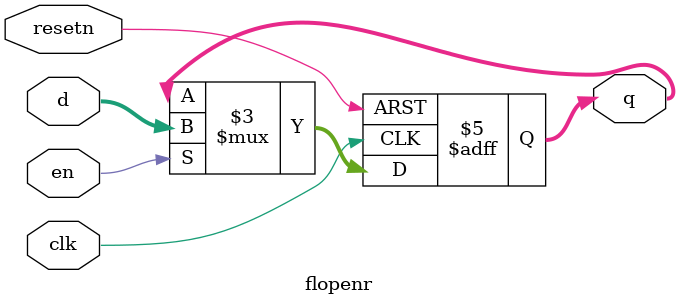
<source format=v>
module flopenr #(parameter WIDTH = 32) (

    // clock and reset
    input wire clk,
    input wire resetn,
    input wire en,
    input wire [WIDTH-1:0] d,

    // output
    output reg [WIDTH-1:0] q
);

    always @(posedge clk, negedge resetn)
    begin
        if (resetn == 0)
        begin
            q <= 0;
        end
        else
        begin 
            if (en)
            begin
                q <= d;
            end
        end
    end

endmodule
</source>
